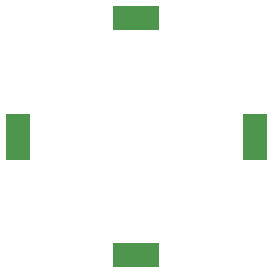
<source format=gbr>
%TF.GenerationSoftware,HUMAN,DominicClifton,8.0.3*%
%TF.CreationDate,2025-04-28T16:25:44+02:00*%
%TF.SameCoordinates,Original*%
%TF.FileFunction,Copper,L4,Bot*%
%TF.FilePolarity,Positive*%
%FSLAX46Y46*%
G04 Gerber Fmt 4.6, Leading zero omitted, Abs format (unit mm)*
%MOMM*%
%LPD*%
G01*
G04 Four rectangles, 2 along the vertical axis, 2 along the horizontal axis, the center point from each being +/-10mm from the origin.*
G04 the ones along the vertical axis are 4mm (wide) by 2mm (tall) and the ones on the horizontal axis are 2mm (wide) x 4mm (tall)*
%ADD101R,4.00X2.00*%
%ADD102R,2.00X4.00*%
D101*
X00000000Y10000000D03*
X00000000Y-10000000D03*
D102*
X10000000Y00000000D03*
X-10000000Y00000000D03*
M02*

</source>
